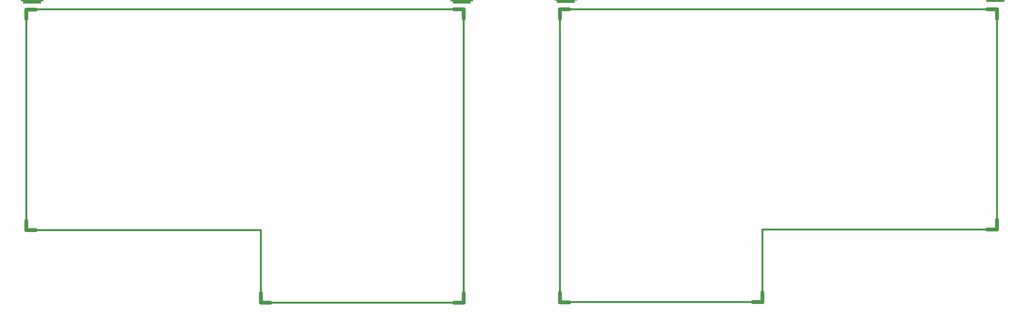
<source format=gto>
G04 #@! TF.GenerationSoftware,KiCad,Pcbnew,(6.0.9-0)*
G04 #@! TF.CreationDate,2022-12-15T09:10:18+08:00*
G04 #@! TF.ProjectId,3.1HeatingElement,332e3148-6561-4746-996e-67456c656d65,rev?*
G04 #@! TF.SameCoordinates,Original*
G04 #@! TF.FileFunction,Legend,Top*
G04 #@! TF.FilePolarity,Positive*
%FSLAX46Y46*%
G04 Gerber Fmt 4.6, Leading zero omitted, Abs format (unit mm)*
G04 Created by KiCad (PCBNEW (6.0.9-0)) date 2022-12-15 09:10:18*
%MOMM*%
%LPD*%
G01*
G04 APERTURE LIST*
G04 Aperture macros list*
%AMRoundRect*
0 Rectangle with rounded corners*
0 $1 Rounding radius*
0 $2 $3 $4 $5 $6 $7 $8 $9 X,Y pos of 4 corners*
0 Add a 4 corners polygon primitive as box body*
4,1,4,$2,$3,$4,$5,$6,$7,$8,$9,$2,$3,0*
0 Add four circle primitives for the rounded corners*
1,1,$1+$1,$2,$3*
1,1,$1+$1,$4,$5*
1,1,$1+$1,$6,$7*
1,1,$1+$1,$8,$9*
0 Add four rect primitives between the rounded corners*
20,1,$1+$1,$2,$3,$4,$5,0*
20,1,$1+$1,$4,$5,$6,$7,0*
20,1,$1+$1,$6,$7,$8,$9,0*
20,1,$1+$1,$8,$9,$2,$3,0*%
G04 Aperture macros list end*
%ADD10C,0.500000*%
%ADD11C,1.000000*%
%ADD12C,0.150000*%
%ADD13C,0.500000*%
%ADD14C,3.000000*%
%ADD15RoundRect,0.600000X-2.400000X-3.900000X2.400000X-3.900000X2.400000X3.900000X-2.400000X3.900000X0*%
G04 APERTURE END LIST*
D10*
X133444400Y-136800000D02*
X84944400Y-136800000D01*
D11*
X133444400Y-59400000D02*
X135944400Y-59400000D01*
D10*
X212244400Y-136600000D02*
X163644400Y-136600000D01*
X161344400Y-61900000D02*
X161344400Y-134100000D01*
X82444400Y-117700000D02*
X23044400Y-117700000D01*
D11*
X163844400Y-136700000D02*
X161344400Y-136700000D01*
D10*
X274144400Y-117500000D02*
X214744400Y-117500000D01*
X135944400Y-134300000D02*
X135944400Y-61900000D01*
D11*
X276644400Y-115000000D02*
X276644400Y-117500000D01*
X214744400Y-134100000D02*
X214744400Y-136600000D01*
X135944400Y-61900000D02*
X135944400Y-59400000D01*
X276644400Y-59400000D02*
X276644400Y-61900000D01*
X135944400Y-134300000D02*
X135944400Y-136800000D01*
X82444400Y-136800000D02*
X84944400Y-136800000D01*
X274144400Y-59400000D02*
X276644400Y-59400000D01*
X20544400Y-59500000D02*
X23044400Y-59500000D01*
X135944400Y-136800000D02*
X133444400Y-136800000D01*
X20544400Y-117700000D02*
X23044400Y-117700000D01*
X161344400Y-61900000D02*
X161344400Y-59400000D01*
D10*
X163844400Y-59400000D02*
X273944400Y-59400000D01*
X133444400Y-59400000D02*
X20294400Y-59400000D01*
D11*
X161344400Y-136700000D02*
X161344400Y-134200000D01*
D10*
X82444400Y-134300000D02*
X82444400Y-117700000D01*
X20544400Y-62000000D02*
X20544400Y-115200000D01*
X276644400Y-61900000D02*
X276644400Y-115000000D01*
D11*
X214744400Y-136600000D02*
X212244400Y-136600000D01*
X20544400Y-62000000D02*
X20544400Y-59500000D01*
X161344400Y-59400000D02*
X163844400Y-59400000D01*
X20544400Y-115200000D02*
X20544400Y-117700000D01*
X276644400Y-117500000D02*
X274144400Y-117500000D01*
X82444400Y-134300000D02*
X82444400Y-136800000D01*
D10*
X214744400Y-134100000D02*
X214744400Y-117500000D01*
D12*
%LPC*%
D13*
X147144400Y-79000000D03*
X149094400Y-77400000D03*
X147144400Y-112000000D03*
X147144400Y-113600000D03*
X149094400Y-80600000D03*
X149094400Y-126350000D03*
X149094400Y-114400000D03*
X147144400Y-111200000D03*
X149094400Y-127150000D03*
D14*
X14200000Y-143000000D03*
X141200000Y-53000000D03*
D13*
X147144400Y-127950000D03*
X147144400Y-127150000D03*
X149094400Y-115200000D03*
X149094400Y-74200000D03*
X147144400Y-114400000D03*
X147144400Y-73400000D03*
X149094400Y-127950000D03*
X149094400Y-68650000D03*
X149094400Y-123950000D03*
X149094400Y-78200000D03*
X147144400Y-118350000D03*
X149094400Y-115950000D03*
X147144400Y-81400000D03*
X147144400Y-78200000D03*
X149094400Y-73400000D03*
D15*
X135444400Y-53400000D03*
D13*
X147144400Y-83000000D03*
X147144400Y-79800000D03*
D15*
X276244400Y-53000000D03*
D13*
X147144400Y-70250000D03*
X147144400Y-71050000D03*
X147144400Y-122350000D03*
X147144400Y-120750000D03*
D14*
X14200000Y-53000000D03*
D13*
X147144400Y-115950000D03*
X147144400Y-119950000D03*
X147144400Y-124750000D03*
X149094400Y-75800000D03*
X147144400Y-83800000D03*
X149094400Y-119950000D03*
X149094400Y-67850000D03*
X149094400Y-112800000D03*
D14*
X155000000Y-143000000D03*
D13*
X147144400Y-75800000D03*
X149094400Y-76600000D03*
X147144400Y-71850000D03*
X149094400Y-118350000D03*
X147144400Y-80600000D03*
X147144400Y-74200000D03*
X147144400Y-68650000D03*
X147144400Y-115200000D03*
X149094400Y-75000000D03*
X147144400Y-69450000D03*
X149094400Y-84600000D03*
X147144400Y-121550000D03*
X149094400Y-111200000D03*
X149094400Y-121550000D03*
X149094400Y-117550000D03*
X149094400Y-119150000D03*
X149094400Y-116750000D03*
X149094400Y-120750000D03*
X147144400Y-117550000D03*
X149094400Y-83800000D03*
X147144400Y-116750000D03*
D14*
X141200000Y-143000000D03*
D15*
X162844400Y-53200000D03*
D13*
X149094400Y-113600000D03*
X147144400Y-72600000D03*
X149094400Y-124750000D03*
X147144400Y-76600000D03*
X147144400Y-67850000D03*
X147144400Y-126350000D03*
X149094400Y-122350000D03*
X149094400Y-125550000D03*
D14*
X282000000Y-143000000D03*
D15*
X22044400Y-53400000D03*
D13*
X149094400Y-82200000D03*
X149094400Y-72600000D03*
X147144400Y-123950000D03*
X147144400Y-84600000D03*
X149094400Y-83000000D03*
X147144400Y-112800000D03*
X147144400Y-75000000D03*
X149094400Y-69450000D03*
X147144400Y-77400000D03*
X149094400Y-79800000D03*
X149094400Y-70250000D03*
X147144400Y-119150000D03*
X147144400Y-82200000D03*
D14*
X282000000Y-53000000D03*
D13*
X147144400Y-123150000D03*
D14*
X155000000Y-53000000D03*
D13*
X147144400Y-125550000D03*
X149094400Y-81400000D03*
X149094400Y-112000000D03*
X149094400Y-79000000D03*
X149094400Y-123150000D03*
X149094400Y-71050000D03*
X149094400Y-71850000D03*
M02*

</source>
